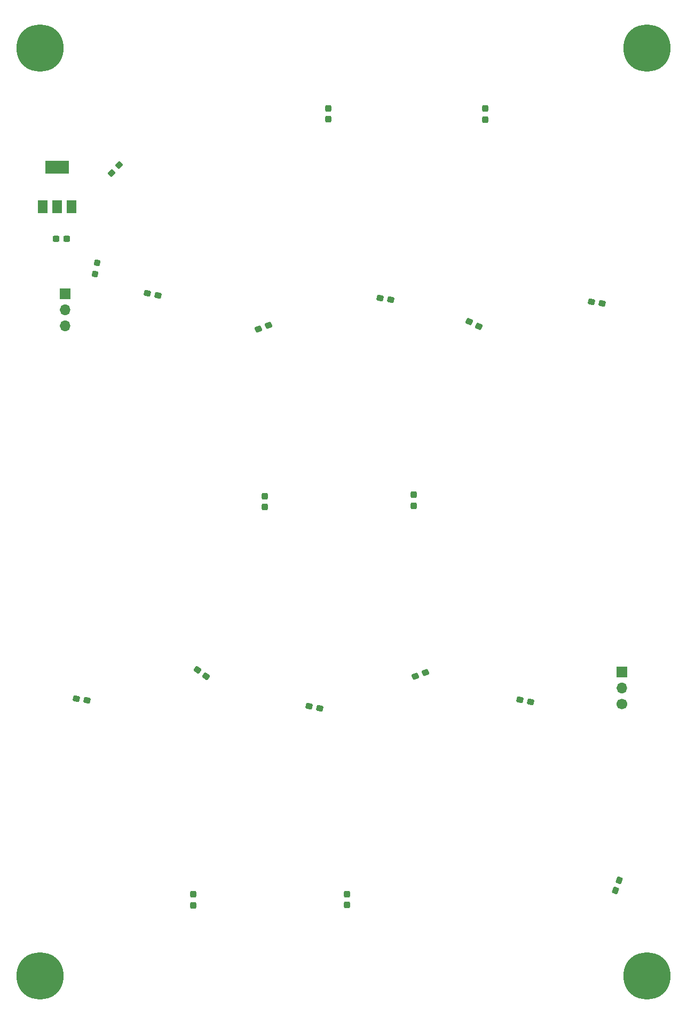
<source format=gbs>
G04 #@! TF.GenerationSoftware,KiCad,Pcbnew,7.0.2*
G04 #@! TF.CreationDate,2023-12-01T11:33:06-06:00*
G04 #@! TF.ProjectId,SixteenSegClock-Main,53697874-6565-46e5-9365-67436c6f636b,rev?*
G04 #@! TF.SameCoordinates,PX1312d00PYb0866e0*
G04 #@! TF.FileFunction,Soldermask,Bot*
G04 #@! TF.FilePolarity,Negative*
%FSLAX46Y46*%
G04 Gerber Fmt 4.6, Leading zero omitted, Abs format (unit mm)*
G04 Created by KiCad (PCBNEW 7.0.2) date 2023-12-01 11:33:06*
%MOMM*%
%LPD*%
G01*
G04 APERTURE LIST*
G04 Aperture macros list*
%AMRoundRect*
0 Rectangle with rounded corners*
0 $1 Rounding radius*
0 $2 $3 $4 $5 $6 $7 $8 $9 X,Y pos of 4 corners*
0 Add a 4 corners polygon primitive as box body*
4,1,4,$2,$3,$4,$5,$6,$7,$8,$9,$2,$3,0*
0 Add four circle primitives for the rounded corners*
1,1,$1+$1,$2,$3*
1,1,$1+$1,$4,$5*
1,1,$1+$1,$6,$7*
1,1,$1+$1,$8,$9*
0 Add four rect primitives between the rounded corners*
20,1,$1+$1,$2,$3,$4,$5,0*
20,1,$1+$1,$4,$5,$6,$7,0*
20,1,$1+$1,$6,$7,$8,$9,0*
20,1,$1+$1,$8,$9,$2,$3,0*%
G04 Aperture macros list end*
%ADD10C,7.500000*%
%ADD11R,1.500000X2.000000*%
%ADD12R,3.800000X2.000000*%
%ADD13C,1.700000*%
%ADD14O,1.700000X1.700000*%
%ADD15R,1.700000X1.700000*%
%ADD16RoundRect,0.237500X-0.044194X-0.380070X0.380070X0.044194X0.044194X0.380070X-0.380070X-0.044194X0*%
%ADD17RoundRect,0.237500X0.237500X-0.300000X0.237500X0.300000X-0.237500X0.300000X-0.237500X-0.300000X0*%
%ADD18RoundRect,0.237500X-0.372264X-0.088463X0.171520X-0.342034X0.372264X0.088463X-0.171520X0.342034X0*%
%ADD19RoundRect,0.237500X0.190480X-0.287443X0.277304X0.204960X-0.190480X0.287443X-0.277304X-0.204960X0*%
%ADD20RoundRect,0.237500X-0.336684X-0.181797X0.254201X-0.285986X0.336684X0.181797X-0.254201X0.285986X0*%
%ADD21RoundRect,0.237500X-0.200678X-0.325783X0.363138X-0.120571X0.200678X0.325783X-0.363138X0.120571X0*%
%ADD22RoundRect,0.237500X-0.120571X0.363138X-0.325783X-0.200678X0.120571X-0.363138X0.325783X0.200678X0*%
%ADD23RoundRect,0.237500X-0.237500X0.300000X-0.237500X-0.300000X0.237500X-0.300000X0.237500X0.300000X0*%
%ADD24RoundRect,0.237500X-0.381970X-0.022476X0.109521X-0.366622X0.381970X0.022476X-0.109521X0.366622X0*%
%ADD25RoundRect,0.237500X-0.300000X-0.237500X0.300000X-0.237500X0.300000X0.237500X-0.300000X0.237500X0*%
G04 APERTURE END LIST*
D10*
X105300000Y156100000D03*
X9000000Y9000000D03*
X9000000Y156100000D03*
X105300000Y9000000D03*
D11*
X14006000Y130905000D03*
X11706000Y130905000D03*
D12*
X11706000Y137205000D03*
D11*
X9406000Y130905000D03*
D13*
X101300000Y52100000D03*
D14*
X101300000Y54640000D03*
D15*
X101300000Y57180000D03*
D16*
X20321120Y136295120D03*
X21540880Y137514880D03*
D17*
X79656000Y144755000D03*
X79656000Y146480000D03*
D18*
X77049310Y112719508D03*
X78612690Y111990492D03*
D19*
X17766546Y120251363D03*
X18083454Y122048637D03*
D20*
X62956603Y116454772D03*
X64655397Y116155228D03*
D21*
X68520515Y56535008D03*
X70141485Y57124992D03*
D20*
X85107206Y52754544D03*
X86806000Y52455000D03*
D17*
X44656000Y83342500D03*
X44656000Y85067500D03*
D22*
X100875992Y24145485D03*
X100286008Y22524515D03*
D20*
X26006603Y117204772D03*
X27705397Y116905228D03*
D23*
X68281000Y85255000D03*
X68281000Y83530000D03*
D21*
X43645515Y111510008D03*
X45266485Y112099992D03*
D24*
X33949481Y57499710D03*
X35362519Y56510290D03*
D20*
X96481603Y115879772D03*
X98180397Y115580228D03*
D17*
X57706000Y20267500D03*
X57706000Y21992500D03*
D15*
X13000000Y117150000D03*
D14*
X13000000Y114610000D03*
X13000000Y112070000D03*
D20*
X14731603Y52954772D03*
X16430397Y52655228D03*
D23*
X33281000Y21917500D03*
X33281000Y20192500D03*
X54731000Y146530000D03*
X54731000Y144805000D03*
D20*
X51656603Y51729772D03*
X53355397Y51430228D03*
D25*
X11518500Y125880000D03*
X13243500Y125880000D03*
M02*

</source>
